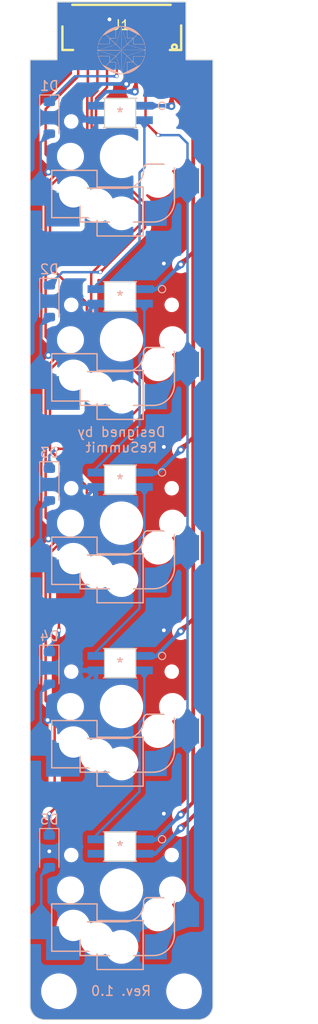
<source format=kicad_pcb>
(kicad_pcb (version 20221018) (generator pcbnew)
  (layers (0 "F.Cu" signal) (31 "B.Cu" signal) (34 "B.Paste" user) (35 "F.Paste" user) (36 "B.SilkS" user "B.Silkscreen") (37 "F.SilkS" user "F.Silkscreen") (38 "B.Mask" user) (39 "F.Mask" user) (44 "Edge.Cuts" user))
  (net 0 "")
  (net 1 "Net-(D1-A)")
  (net 2 "Net-(D2-A)")
  (net 3 "Net-(D3-A)")
  (net 4 "Net-(D4-A)")
  (net 5 "Net-(SW1B-DOUT)")
  (net 6 "GND")
  (net 7 "Net-(SW2B-DOUT)")
  (net 8 "Net-(SW3B-DOUT)")
  (net 9 "/Row1")
  (net 10 "/Row2")
  (net 11 "/Row3")
  (net 12 "/Row4")
  (net 13 "/RGB_In")
  (net 14 "/Col_In")
  (net 15 "/V+")
  (net 16 "/RGB_Out")
  (net 17 "/Row5")
  (net 18 "Net-(D5-A)")
  (net 19 "Net-(SW4B-DOUT)")
  (footprint "Seismos-libs:Switch_SK6812-E_Diode" (layer "F.Cu") (at 47 60)
    (fp_text reference "SW2" (at -0.142 -0.388 unlocked) (layer "F.SilkS"))
    (fp_text value "Switch_SK6812-E_Diode")
    (fp_text user "*" (at -0.15 -4.4958) (layer "B.SilkS") (effects (justify mirror)))
    (fp_rect (start -1.762 -5.9914) (end 1.478 -3.0046) (stroke (width 0.12)) (fill none) (layer "Edge.Cuts"))
    (pad "" np_thru_hole circle (at -5.3 0) (size 2.3 2.3) (drill 2.3) (layers "*.Cu" "*.Mask"))
    (pad "" np_thru_hole circle (at -5.22 -3.6158) (size 1 1) (drill 1) (layers "*.Cu" "*.Mask"))
    (pad "" np_thru_hole circle (at -5 3.8) (size 3 3) (drill 3) (layers "*.Cu" "*.Mask"))
    (pad "" np_thru_hole circle (at -2.54 5.08) (size 3 3) (drill 3) (layers "*.Cu" "*.Mask"))
    (pad "" np_thru_hole circle (at 0 0) (size 4 4) (drill 4) (layers "*.Cu" "*.Mask"))
    (pad "" np_thru_hole circle (at 0 5.9) (size 3 3) (drill 3) (layers "*.Cu" "*.Mask"))
    (pad "" np_thru_hole circle (at 3.81 2.54) (size 3 3) (drill 3) (layers "*.Cu" "*.Mask"))
    (pad "" np_thru_hole circle (at 5.22 -3.6158) (size 1 1) (drill 1) (layers "*.Cu" "*.Mask"))
    (pad "" np_thru_hole circle (at 5.3 0) (size 2.3 2.3) (drill 2.3) (layers "*.Cu" "*.Mask"))
    (pad "+1" smd rect (at 2.378 -5.2451) (size 1.75 0.8128) (layers "B.Cu" "B.Paste" "B.Mask") (net 15 "/V+"))
    (pad "CHOC1" smd rect (at -8.34 3.8) (size 2.3 2.6) (layers "B.Cu" "B.Paste" "B.Mask") (net 2 "Net-(D2-A)"))
    (pad "CHOC2" smd rect (at 3.56 5.9) (size 2.3 2.6) (layers "B.Cu" "B.Paste" "B.Mask") (net 14 "/Col_In"))
    (pad "DI1" smd rect (at -2.6519 -5.2451) (size 1.75 0.8128) (layers "B.Cu" "B.Paste" "B.Mask") (net 5 "Net-(SW1B-DOUT)"))
    (pad "DO1" smd rect (at 2.378 -3.7465) (size 1.75 0.8128) (layers "B.Cu" "B.Paste" "B.Mask") (net 7 "Net-(SW2B-DOUT)"))
    (pad "GND" smd rect (at -2.6519 -3.7465) (size 1.75 0.8128) (layers "B.Cu" "B.Paste" "B.Mask") (net 6 "GND"))
    (pad "MX1" smd rect (at -6.09 5.515) (size 3.5 3.5) (layers "B.Cu" "B.Paste" "B.Mask") (net 2 "Net-(D2-A)"))
    (pad "MX2" smd rect (at 6.86 2.54) (size 2.4 2.6) (layers "B.Cu" "B.Paste" "B.Mask") (net 14 "/Col_In"))
  )
  (footprint "Seismos-libs:Switch_SK6812-E_Diode" (layer "F.Cu") (at 47 41)
    (fp_text reference "SW1" (at -0.142 -0.388 unlocked) (layer "F.SilkS"))
    (fp_text value "Switch_SK6812-E_Diode")
    (fp_text user "*" (at -0.15 -4.4958) (layer "B.SilkS") (effects (justify mirror)))
    (fp_rect (start -1.762 -5.9914) (end 1.478 -3.0046) (stroke (width 0.12)) (fill none) (layer "Edge.Cuts"))
    (pad "" np_thru_hole circle (at -5.3 0) (size 2.3 2.3) (drill 2.3) (layers "*.Cu" "*.Mask"))
    (pad "" np_thru_hole circle (at -5.22 -3.6158) (size 1 1) (drill 1) (layers "*.Cu" "*.Mask"))
    (pad "" np_thru_hole circle (at -5 3.8) (size 3 3) (drill 3) (layers "*.Cu" "*.Mask"))
    (pad "" np_thru_hole circle (at -2.54 5.08) (size 3 3) (drill 3) (layers "*.Cu" "*.Mask"))
    (pad "" np_thru_hole circle (at 0 0) (size 4 4) (drill 4) (layers "*.Cu" "*.Mask"))
    (pad "" np_thru_hole circle (at 0 5.9) (size 3 3) (drill 3) (layers "*.Cu" "*.Mask"))
    (pad "" np_thru_hole circle (at 3.81 2.54) (size 3 3) (drill 3) (layers "*.Cu" "*.Mask"))
    (pad "" np_thru_hole circle (at 5.22 -3.6158) (size 1 1) (drill 1) (layers "*.Cu" "*.Mask"))
    (pad "" np_thru_hole circle (at 5.3 0) (size 2.3 2.3) (drill 2.3) (layers "*.Cu" "*.Mask"))
    (pad "+1" smd rect (at 2.378 -5.2451) (size 1.75 0.8128) (layers "B.Cu" "B.Paste" "B.Mask") (net 15 "/V+"))
    (pad "CHOC1" smd rect (at -8.34 3.8) (size 2.3 2.6) (layers "B.Cu" "B.Paste" "B.Mask") (net 1 "Net-(D1-A)"))
    (pad "CHOC2" smd rect (at 3.56 5.9) (size 2.3 2.6) (layers "B.Cu" "B.Paste" "B.Mask") (net 14 "/Col_In"))
    (pad "DI1" smd rect (at -2.6519 -5.2451) (size 1.75 0.8128) (layers "B.Cu" "B.Paste" "B.Mask") (net 13 "/RGB_In"))
    (pad "DO1" smd rect (at 2.378 -3.7465) (size 1.75 0.8128) (layers "B.Cu" "B.Paste" "B.Mask") (net 5 "Net-(SW1B-DOUT)"))
    (pad "GND" smd rect (at -2.6519 -3.7465) (size 1.75 0.8128) (layers "B.Cu" "B.Paste" "B.Mask") (net 6 "GND"))
    (pad "MX1" smd rect (at -6.09 5.515) (size 3.5 3.5) (layers "B.Cu" "B.Paste" "B.Mask") (net 1 "Net-(D1-A)"))
    (pad "MX2" smd rect (at 6.86 2.54) (size 2.4 2.6) (layers "B.Cu" "B.Paste" "B.Mask") (net 14 "/Col_In"))
  )
  (footprint "Seismos-libs:Switch_SK6812-E_Diode" (layer "F.Cu") (at 47 79)
    (fp_text reference "SW3" (at -0.142 -0.388 unlocked) (layer "F.SilkS"))
    (fp_text value "Switch_SK6812-E_Diode")
    (fp_text user "*" (at -0.15 -4.4958) (layer "B.SilkS") (effects (justify mirror)))
    (fp_rect (start -1.762 -5.9914) (end 1.478 -3.0046) (stroke (width 0.12)) (fill none) (layer "Edge.Cuts"))
    (pad "" np_thru_hole circle (at -5.3 0) (size 2.3 2.3) (drill 2.3) (layers "*.Cu" "*.Mask"))
    (pad "" np_thru_hole circle (at -5.22 -3.6158) (size 1 1) (drill 1) (layers "*.Cu" "*.Mask"))
    (pad "" np_thru_hole circle (at -5 3.8) (size 3 3) (drill 3) (layers "*.Cu" "*.Mask"))
    (pad "" np_thru_hole circle (at -2.54 5.08) (size 3 3) (drill 3) (layers "*.Cu" "*.Mask"))
    (pad "" np_thru_hole circle (at 0 0) (size 4 4) (drill 4) (layers "*.Cu" "*.Mask"))
    (pad "" np_thru_hole circle (at 0 5.9) (size 3 3) (drill 3) (layers "*.Cu" "*.Mask"))
    (pad "" np_thru_hole circle (at 3.81 2.54) (size 3 3) (drill 3) (layers "*.Cu" "*.Mask"))
    (pad "" np_thru_hole circle (at 5.22 -3.6158) (size 1 1) (drill 1) (layers "*.Cu" "*.Mask"))
    (pad "" np_thru_hole circle (at 5.3 0) (size 2.3 2.3) (drill 2.3) (layers "*.Cu" "*.Mask"))
    (pad "+1" smd rect (at 2.378 -5.2451) (size 1.75 0.8128) (layers "B.Cu" "B.Paste" "B.Mask") (net 15 "/V+"))
    (pad "CHOC1" smd rect (at -8.34 3.8) (size 2.3 2.6) (layers "B.Cu" "B.Paste" "B.Mask") (net 3 "Net-(D3-A)"))
    (pad "CHOC2" smd rect (at 3.56 5.9) (size 2.3 2.6) (layers "B.Cu" "B.Paste" "B.Mask") (net 14 "/Col_In"))
    (pad "DI1" smd rect (at -2.6519 -5.2451) (size 1.75 0.8128) (layers "B.Cu" "B.Paste" "B.Mask") (net 7 "Net-(SW2B-DOUT)"))
    (pad "DO1" smd rect (at 2.378 -3.7465) (size 1.75 0.8128) (layers "B.Cu" "B.Paste" "B.Mask") (net 8 "Net-(SW3B-DOUT)"))
    (pad "GND" smd rect (at -2.6519 -3.7465) (size 1.75 0.8128) (layers "B.Cu" "B.Paste" "B.Mask") (net 6 "GND"))
    (pad "MX1" smd rect (at -6.09 5.515) (size 3.5 3.5) (layers "B.Cu" "B.Paste" "B.Mask") (net 3 "Net-(D3-A)"))
    (pad "MX2" smd rect (at 6.86 2.54) (size 2.4 2.6) (layers "B.Cu" "B.Paste" "B.Mask") (net 14 "/Col_In"))
  )
  (footprint "Seismos-libs:Switch_SK6812-E_Diode" (layer "F.Cu") (at 47 98)
    (fp_text reference "SW4" (at -0.142 -0.388 unlocked) (layer "F.SilkS"))
    (fp_text value "Switch_SK6812-E_Diode")
    (fp_text user "*" (at -0.15 -4.4958) (layer "B.SilkS") (effects (justify mirror)))
    (fp_rect (start -1.762 -5.9914) (end 1.478 -3.0046) (stroke (width 0.12)) (fill none) (layer "Edge.Cuts"))
    (pad "" np_thru_hole circle (at -5.3 0) (size 2.3 2.3) (drill 2.3) (layers "*.Cu" "*.Mask"))
    (pad "" np_thru_hole circle (at -5.22 -3.6158) (size 1 1) (drill 1) (layers "*.Cu" "*.Mask"))
    (pad "" np_thru_hole circle (at -5 3.8) (size 3 3) (drill 3) (layers "*.Cu" "*.Mask"))
    (pad "" np_thru_hole circle (at -2.54 5.08) (size 3 3) (drill 3) (layers "*.Cu" "*.Mask"))
    (pad "" np_thru_hole circle (at 0 0) (size 4 4) (drill 4) (layers "*.Cu" "*.Mask"))
    (pad "" np_thru_hole circle (at 0 5.9) (size 3 3) (drill 3) (layers "*.Cu" "*.Mask"))
    (pad "" np_thru_hole circle (at 3.81 2.54) (size 3 3) (drill 3) (layers "*.Cu" "*.Mask"))
    (pad "" np_thru_hole circle (at 5.22 -3.6158) (size 1 1) (drill 1) (layers "*.Cu" "*.Mask"))
    (pad "" np_thru_hole circle (at 5.3 0) (size 2.3 2.3) (drill 2.3) (layers "*.Cu" "*.Mask"))
    (pad "+1" smd rect (at 2.378 -5.2451) (size 1.75 0.8128) (layers "B.Cu" "B.Paste" "B.Mask") (net 15 "/V+"))
    (pad "CHOC1" smd rect (at -8.34 3.8) (size 2.3 2.6) (layers "B.Cu" "B.Paste" "B.Mask") (net 4 "Net-(D4-A)"))
    (pad "CHOC2" smd rect (at 3.56 5.9) (size 2.3 2.6) (layers "B.Cu" "B.Paste" "B.Mask") (net 14 "/Col_In"))
    (pad "DI1" smd rect (at -2.6519 -5.2451) (size 1.75 0.8128) (layers "B.Cu" "B.Paste" "B.Mask") (net 8 "Net-(SW3B-DOUT)"))
    (pad "DO1" smd rect (at 2.378 -3.7465) (size 1.75 0.8128) (layers "B.Cu" "B.Paste" "B.Mask") (net 19 "Net-(SW4B-DOUT)"))
    (pad "GND" smd rect (at -2.6519 -3.7465) (size 1.75 0.8128) (layers "B.Cu" "B.Paste" "B.Mask") (net 6 "GND"))
    (pad "MX1" smd rect (at -6.09 5.515) (size 3.5 3.5) (layers "B.Cu" "B.Paste" "B.Mask") (net 4 "Net-(D4-A)"))
    (pad "MX2" smd rect (at 6.86 2.54) (size 2.4 2.6) (layers "B.Cu" "B.Paste" "B.Mask") (net 14 "/Col_In"))
  )
  (footprint "Seismos-libs:CONN-SMD_10P-P1.00_SM10B-SRSS-TB-LF-SN" (layer "F.Cu") (at 47 26.4 180)
    (fp_text reference "J1" (at 0 -1 180) (layer "F.SilkS"))
    (fp_text value "SM10B-SRSS-TB_(LF)(SN)")
    (pad "1" smd rect (at -4.5 -3.886 180) (size 0.6 1.7) (layers "F.Cu" "F.Paste" "F.Mask") (net 16 "/RGB_Out"))
    (pad "2" smd rect (at -3.5 -3.886 180) (size 0.6 1.7) (layers "F.Cu" "F.Paste" "F.Mask") (net 15 "/V+"))
    (pad "3" smd rect (at -2.5 -3.885 180) (size 0.6 1.7) (layers "F.Cu" "F.Paste" "F.Mask") (net 14 "/Col_In"))
    (pad "4" smd rect (at -1.5 -3.885 180) (size 0.6 1.7) (layers "F.Cu" "F.Paste" "F.Mask") (net 13 "/RGB_In"))
    (pad "5" smd rect (at -0.5 -3.885 180) (size 0.6 1.7) (layers "F.Cu" "F.Paste" "F.Mask") (net 6 "GND"))
    (pad "6" smd rect (at 0.5 -3.885 180) (size 0.6 1.7) (layers "F.Cu" "F.Paste" "F.Mask") (net 9 "/Row1"))
    (pad "7" smd rect (at 1.5 -3.885 180) (size 0.6 1.7) (layers "F.Cu" "F.Paste" "F.Mask") (net 10 "/Row2"))
    (pad "8" smd rect (at 2.5 -3.885 180) (size 0.6 1.7) (layers "F.Cu" "F.Paste" "F.Mask") (net 11 "/Row3"))
    (pad "9" smd rect (at 3.5 -3.885 180) (size 0.6 1.7) (layers "F.Cu" "F.Paste" "F.Mask") (net 12 "/Row4"))
    (pad "10" smd rect (at 4.5 -3.885 180) (size 0.6 1.7) (layers "F.Cu" "F.Paste" "F.Mask") (net 17 "/Row5"))
    (pad "S1" smd rect (at -5.8 -0.01 180) (size 1.2 1.8) (layers "F.Cu" "F.Paste" "F.Mask") (net 6 "GND"))
    (pad "S2" smd rect (at 5.8 -0.01 180) (size 1.2 1.8) (layers "F.Cu" "F.Paste" "F.Mask") (net 6 "GND"))
  )
  (footprint "Seismos-libs:Hole_M3_3.2mm" (layer "F.Cu") (at 53.5 127.5)
    (fp_text reference "REF**")
    (fp_text value "Hole_M3_3.2mm")
    (pad "" np_thru_hole circle (at 0 0) (size 3.2 3.2) (drill 3.2) (layers "F&B.Cu" "*.Mask"))
  )
  (footprint "Seismos-libs:Hole_M3_3.2mm" (layer "F.Cu") (at 40.5 127.5)
    (fp_text reference "REF**")
    (fp_text value "Hole_M3_3.2mm")
    (pad "" np_thru_hole circle (at 0 0) (size 3.2 3.2) (drill 3.2) (layers "F&B.Cu" "*.Mask"))
  )
  (footprint "Seismos-libs:Switch_SK6812-E_Diode" (layer "F.Cu") (at 47 117)
    (fp_text reference "SW5" (at -0.142 -0.388 unlocked) (layer "F.SilkS"))
    (fp_text value "Switch_SK6812-E_Diode")
    (fp_text user "*" (at -0.15 -4.4958) (layer "B.SilkS") (effects (justify mirror)))
    (fp_rect (start -1.762 -5.9914) (end 1.478 -3.0046) (stroke (width 0.12)) (fill none) (layer "Edge.Cuts"))
    (pad "" np_thru_hole circle (at -5.3 0) (size 2.3 2.3) (drill 2.3) (layers "*.Cu" "*.Mask"))
    (pad "" np_thru_hole circle (at -5.22 -3.6158) (size 1 1) (drill 1) (layers "*.Cu" "*.Mask"))
    (pad "" np_thru_hole circle (at -5 3.8) (size 3 3) (drill 3) (layers "*.Cu" "*.Mask"))
    (pad "" np_thru_hole circle (at -2.54 5.08) (size 3 3) (drill 3) (layers "*.Cu" "*.Mask"))
    (pad "" np_thru_hole circle (at 0 0) (size 4 4) (drill 4) (layers "*.Cu" "*.Mask"))
    (pad "" np_thru_hole circle (at 0 5.9) (size 3 3) (drill 3) (layers "*.Cu" "*.Mask"))
    (pad "" np_thru_hole circle (at 3.81 2.54) (size 3 3) (drill 3) (layers "*.Cu" "*.Mask"))
    (pad "" np_thru_hole circle (at 5.22 -3.6158) (size 1 1) (drill 1) (layers "*.Cu" "*.Mask"))
    (pad "" np_thru_hole circle (at 5.3 0) (size 2.3 2.3) (drill 2.3) (layers "*.Cu" "*.Mask"))
    (pad "+1" smd rect (at 2.378 -5.2451) (size 1.75 0.8128) (layers "B.Cu" "B.Paste" "B.Mask") (net 15 "/V+"))
    (pad "CHOC1" smd rect (at -8.34 3.8) (size 2.3 2.6) (layers "B.Cu" "B.Paste" "B.Mask") (net 18 "Net-(D5-A)"))
    (pad "CHOC2" smd rect (at 3.56 5.9) (size 2.3 2.6) (layers "B.Cu" "B.Paste" "B.Mask") (net 14 "/Col_In"))
    (pad "DI1" smd rect (at -2.6519 -5.2451) (size 1.75 0.8128) (layers "B.Cu" "B.Paste" "B.Mask") (net 19 "Net-(SW4B-DOUT)"))
    (pad "DO1" smd rect (at 2.378 -3.7465) (size 1.75 0.8128) (layers "B.Cu" "B.Paste" "B.Mask") (net 16 "/RGB_Out"))
    (pad "GND" smd rect (at -2.6519 -3.7465) (size 1.75 0.8128) (layers "B.Cu" "B.Paste" "B.Mask"))
    (pad "MX1" smd rect (at -6.09 5.515) (size 3.5 3.5) (layers "B.Cu" "B.Paste" "B.Mask") (net 18 "Net-(D5-A)"))
    (pad "MX2" smd rect (at 6.86 2.54) (size 2.4 2.6) (layers "B.Cu" "B.Paste" "B.Mask") (net 14 "/Col_In"))
  )
  (footprint "Diode_SMD:D_SOD-123" (layer "B.Cu") (at 39.5 56 -90)
    (fp_text reference "D2" (at -3.3 0 -180) (layer "B.SilkS") (effects (justify mirror)))
    (fp_text value "1N4148W" hide)
    (pad "1" smd roundrect (at -1.65 0 270) (size 0.9 1.2) (layers "B.Cu" "B.Paste" "B.Mask") (net 10 "/Row2"))
    (pad "2" smd roundrect (at 1.65 0 270) (size 0.9 1.2) (layers "B.Cu" "B.Paste" "B.Mask") (net 2 "Net-(D2-A)"))
  )
  (footprint "Diode_SMD:D_SOD-123" (layer "B.Cu") (at 39.5 94 -90)
    (fp_text reference "D4" (at -3.3 0 -180) (layer "B.SilkS") (effects (justify mirror)))
    (fp_text value "1N4148W" hide)
    (pad "1" smd roundrect (at -1.65 0 270) (size 0.9 1.2) (layers "B.Cu" "B.Paste" "B.Mask") (net 12 "/Row4"))
    (pad "2" smd roundrect (at 1.65 0 270) (size 0.9 1.2) (layers "B.Cu" "B.Paste" "B.Mask") (net 4 "Net-(D4-A)"))
  )
  (footprint "Diode_SMD:D_SOD-123" (layer "B.Cu") (at 39.5 37 -90)
    (fp_text reference "D1" (at -3.3 0 -180) (layer "B.SilkS") (effects (justify mirror)))
    (fp_text value "1N4148W" hide)
    (pad "1" smd roundrect (at -1.65 0 270) (size 0.9 1.2) (layers "B.Cu" "B.Paste" "B.Mask") (net 9 "/Row1"))
    (pad "2" smd roundrect (at 1.65 0 270) (size 0.9 1.2) (layers "B.Cu" "B.Paste" "B.Mask") (net 1 "Net-(D1-A)"))
  )
  (footprint "Diode_SMD:D_SOD-123" (layer "B.Cu") (at 39.5 113 -90)
    (fp_text reference "D5" (at -3.3 0 -180) (layer "B.SilkS") (effects (justify mirror)))
    (fp_text value "1N4148W")
    (pad "1" smd roundrect (at -1.65 0 270) (size 0.9 1.2) (layers "B.Cu" "B.Paste" "B.Mask") (net 17 "/Row5"))
    (pad "2" smd roundrect (at 1.65 0 270) (size 0.9 1.2) (layers "B.Cu" "B.Paste" "B.Mask") (net 18 "Net-(D5-A)"))
  )
  (footprint "Seismos-libs:ReSummit_Logo" (layer "B.Cu") (at 47 30 180)
    (fp_text reference "G***" hide)
    (fp_text value "LOGO" hide)
  )
  (footprint "Diode_SMD:D_SOD-123" (layer "B.Cu") (at 39.5 75 -90)
    (fp_text reference "D3" (at -3.3 0 -180) (layer "B.SilkS") (effects (justify mirror)))
    (fp_text value "1N4148W" hide)
    (pad "1" smd roundrect (at -1.65 0 270) (size 0.9 1.2) (layers "B.Cu" "B.Paste" "B.Mask") (net 11 "/Row3"))
    (pad "2" smd roundrect (at 1.65 0 270) (size 0.9 1.2) (layers "B.Cu" "B.Paste" "B.Mask") (net 3 "Net-(D3-A)"))
  )
  (gr_line (start 37.5 128.93934) (end 37.5 31) (stroke (width 0.1)) (layer "Edge.Cuts"))
  (gr_line (start 55 130.43934) (end 39 130.43934) (stroke (width 0.1)) (layer "Edge.Cuts"))
  (gr_arc (start 39 130.43934) (mid 37.939326 130.000003) (end 37.5 128.93934) (stroke (width 0.1)) (layer "Edge.Cuts"))
  (gr_line locked (start 40.3 25) (end 40.3 31) (stroke (width 0.1)) (layer "Edge.Cuts"))
  (gr_line (start 37.5 31) (end 40.3 31) (stroke (width 0.1)) (layer "Edge.Cuts"))
  (gr_line (start 56.5 31) (end 53.7 31) (stroke (width 0.1)) (layer "Edge.Cuts"))
  (gr_arc (start 56.5 128.93934) (mid 56.060646 129.999974) (end 55 130.43934) (stroke (width 0.1)) (layer "Edge.Cuts"))
  (gr_line (start 56.5 31) (end 56.5 128.93934) (stroke (width 0.1)) (layer "Edge.Cuts"))
  (gr_line (start 53.7 31) (end 53.7 25) (stroke (width 0.1)) (layer "Edge.Cuts"))
  (gr_line (start 40.3 25) (end 53.7 25) (stroke (width 0.1)) (layer "Edge.Cuts"))
  (gr_text "Rev. 1.0" (at 46.95 128.05) (layer "B.SilkS") (effects (font (size 1 1)) (justify bottom mirror)))
  (gr_text "Designed by\nReSummit" (at 47 71.75) (layer "B.SilkS") (effects (font (size 1 1)) (justify bottom mirror)))
  (segment (start 38.6 39.55) (end 38.6 44.205) (width 0.254) (layer "B.Cu") (net 1))
  (segment (start 39.5 38.65) (end 38.6 39.55) (width 0.254) (layer "B.Cu") (net 1))
  (segment (start 38.6 44.205) (end 40.91 46.515) (width 0.254) (layer "B.Cu") (net 1))
  (segment (start 38.6 58.55) (end 38.6 63.205) (width 0.254) (layer "B.Cu") (net 2))
  (segment (start 38.6 63.205) (end 40.91 65.515) (width 0.254) (layer "B.Cu") (net 2))
  (segment (start 39.5 57.65) (end 38.6 58.55) (width 0.254) (layer "B.Cu") (net 2))
  (segment (start 39.5 76.65) (end 38.6 77.55) (width 0.254) (layer "B.Cu") (net 3))
  (segment (start 38.6 77.55) (end 38.6 82.205) (width 0.254) (layer "B.Cu") (net 3))
  (segment (start 38.6 82.205) (end 40.91 84.515) (width 0.254) (layer "B.Cu") (net 3))
  (segment (start 38.6 101.205) (end 40.91 103.515) (width 0.254) (layer "B.Cu") (net 4))
  (segment (start 38.6 96.55) (end 38.6 101.205) (width 0.254) (layer "B.Cu") (net 4))
  (segment (start 39.5 95.65) (end 38.6 96.55) (width 0.254) (layer "B.Cu") (net 4))
  (segment (start 49.378 42.172) (end 48.877 42.673) (width 0.254) (layer "B.Cu") (net 5))
  (segment (start 49.378 37.2535) (end 49.378 42.172) (width 0.254) (layer "B.Cu") (net 5))
  (segment (start 44.3481 54.3485) (end 44.3481 54.7549) (width 0.254) (layer "B.Cu") (net 5))
  (segment (start 48.877 42.673) (end 48.877 49.8196) (width 0.254) (layer "B.Cu") (net 5))
  (segment (start 48.877 49.8196) (end 44.3481 54.3485) (width 0.254) (layer "B.Cu") (net 5))
  (segment (start 38.6 43.4) (end 38.6 60) (width 0.381) (layer "F.Cu") (net 6))
  (segment (start 41.2 26.81) (end 52.8 26.81) (width 0.381) (layer "F.Cu") (net 6))
  (segment (start 39.4 80.6) (end 39.4 79.6) (width 0.381) (layer "F.Cu") (net 6))
  (segment (start 39.4 79.6) (end 38.6 78.8) (width 0.381) (layer "F.Cu") (net 6))
  (segment (start 38.6 60) (end 38.6 78.8) (width 0.381) (layer "F.Cu") (net 6))
  (segment (start 47.5 28.56) (end 47.5 33.5) (width 0.381) (layer "F.Cu") (net 6))
  (segment (start 39.3265 98.5265) (end 38.6 97.8) (width 0.381) (layer "F.Cu") (net 6))
  (segment (start 38.6 97.8) (end 38.6 78.8) (width 0.381) (layer "F.Cu") (net 6))
  (segment (start 39.4 60.8) (end 38.6 60) (width 0.381) (layer "F.Cu") (net 6))
  (segment (start 39.4 61.6) (end 39.4 60.8) (width 0.381) (layer "F.Cu") (net 6))
  (segment (start 45.75 26.81) (end 47.5 28.56) (width 0.381) (layer "F.Cu") (net 6))
  (segment (start 39.3265 99.4) (end 39.3265 98.5265) (width 0.381) (layer "F.Cu") (net 6))
  (segment (start 38.6 43.4) (end 39.4 42.6) (width 0.381) (layer "F.Cu") (net 6))
  (via (at 39.5 113) (size 0.8) (drill 0.4) (layers "F.Cu" "B.Cu") (net 6))
  (via (at 51.4 52.1) (size 0.8) (drill 0.4) (layers "F.Cu" "B.Cu") (net 6))
  (via (at 51.4 109.1) (size 0.8) (drill 0.4) (layers "F.Cu" "B.Cu") (net 6))
  (via (at 47.5 33.5) (size 0.8) (drill 0.4) (layers "F.Cu" "B.Cu") (net 6))
  (via (at 45.75 26.81) (size 0.8) (drill 0.4) (layers "F.Cu" "B.Cu") (net 6))
  (via (at 51.4 71.1) (size 0.8) (drill 0.4) (layers "F.Cu" "B.Cu") (net 6))
  (via (at 51.4 90.1) (size 0.8) (drill 0.4) (layers "F.Cu" "B.Cu") (net 6))
  (via (at 39.4 42.6) (size 0.8) (drill 0.4) (layers "F.Cu" "B.Cu") (net 6))
  (via (at 39.4 61.6) (size 0.8) (drill 0.4) (layers "F.Cu" "B.Cu") (net 6))
  (via (at 39.4 80.6) (size 0.8) (drill 0.4) (layers "F.Cu" "B.Cu") (net 6))
  (via (at 39.3265 99.4) (size 0.8) (drill 0.4) (layers "F.Cu" "B.Cu") (net 6))
  (segment (start 41.05 77.025) (end 39.4 78.675) (width 0.381) (layer "B.Cu") (net 6))
  (segment (start 44.1 33.5) (end 42.5 35.1) (width 0.381) (layer "B.Cu") (net 6))
  (segment (start 44.3481 37.8519) (end 43.175 39.025) (width 0.381) (layer "B.Cu") (net 6))
  (segment (start 39.3265 97.7485) (end 41.05 96.025) (width 0.381) (layer "B.Cu") (net 6))
  (segment (start 43.175 39.025) (end 41.05 39.025) (width 0.381) (layer "B.Cu") (net 6))
  (segment (start 39.4 59.675) (end 39.4 61.4) (width 0.381) (layer "B.Cu") (net 6))
  (segment (start 39.3265 99.4) (end 39.3265 97.7485) (width 0.381) (layer "B.Cu") (net 6))
  (segment (start 41.05 58.025) (end 39.4 59.675) (width 0.381) (layer "B.Cu") (net 6))
  (segment (start 42.5766 58.025) (end 41.05 58.025) (width 0.381) (layer "B.Cu") (net 6))
  (segment (start 44.3481 37.2535) (end 44.3481 37.8519) (width 0.381) (layer "B.Cu") (net 6))
  (segment (start 42.5 35.1) (end 42.5 36.2804) (width 0.381) (layer "B.Cu") (net 6))
  (segment (start 42.5 36.2804) (end 43.4731 37.2535) (width 0.381) (layer "B.Cu") (net 6))
  (segment (start 43.4731 37.2535) (end 44.3481 37.2535) (width 0.381) (layer "B.Cu") (net 6))
  (segment (start 42.5766 77.025) (end 41.05 77.025) (width 0.381) (layer "B.Cu") (net 6))
  (segment (start 41.05 96.025) (end 42.5766 96.025) (width 0.381) (layer "B.Cu") (net 6))
  (segment (start 39.4 78.675) (end 39.4 80.4) (width 0.381) (layer "B.Cu") (net 6))
  (segment (start 39.4 40.675) (end 39.4 42.4) (width 0.381) (layer "B.Cu") (net 6))
  (segment (start 44.3481 56.2535) (end 42.5766 58.025) (width 0.381) (layer "B.Cu") (net 6))
  (segment (start 41.05 39.025) (end 39.4 40.675) (width 0.381) (layer "B.Cu") (net 6))
  (segment (start 47.5 33.5) (end 44.1 33.5) (width 0.381) (layer "B.Cu") (net 6))
  (segment (start 44.3481 75.2535) (end 42.5766 77.025) (width 0.381) (layer "B.Cu") (net 6))
  (segment (start 42.5766 96.025) (end 44.3481 94.2535) (width 0.381) (layer "B.Cu") (net 6))
  (segment (start 44.3481 73.3485) (end 44.3481 73.7549) (width 0.254) (layer "B.Cu") (net 7))
  (segment (start 49.378 56.2535) (end 49.378 61.172) (width 0.254) (layer "B.Cu") (net 7))
  (segment (start 49.378 61.172) (end 48.877 61.673) (width 0.254) (layer "B.Cu") (net 7))
  (segment (start 48.877 61.673) (end 48.877 68.8196) (width 0.254) (layer "B.Cu") (net 7))
  (segment (start 48.877 68.8196) (end 44.3481 73.3485) (width 0.254) (layer "B.Cu") (net 7))
  (segment (start 44.3481 92.3485) (end 44.3481 92.7549) (width 0.254) (layer "B.Cu") (net 8))
  (segment (start 48.877 80.673) (end 48.877 87.8196) (width 0.254) (layer "B.Cu") (net 8))
  (segment (start 48.877 87.8196) (end 44.3481 92.3485) (width 0.254) (layer "B.Cu") (net 8))
  (segment (start 49.378 80.172) (end 48.877 80.673) (width 0.254) (layer "B.Cu") (net 8))
  (segment (start 49.378 75.2535) (end 49.378 80.172) (width 0.254) (layer "B.Cu") (net 8))
  (segment (start 46.5 32.7) (end 46.5 30.685) (width 0.254) (layer "F.Cu") (net 9))
  (via (at 46.5 32.7) (size 0.4) (drill 0.3) (layers "F.Cu" "B.Cu") (net 9))
  (segment (start 42.15 32.7) (end 39.5 35.35) (width 0.254) (layer "B.Cu") (net 9))
  (segment (start 46.5 32.7) (end 42.15 32.7) (width 0.254) (layer "B.Cu") (net 9))
  (segment (start 49.454 48.346) (end 49.454 45.884709) (width 0.254) (layer "F.Cu") (net 10))
  (segment (start 44.354 42.211948) (end 44.354 34.994725) (width 0.254) (layer "F.Cu") (net 10))
  (segment (start 45.5 33.848725) (end 45.5 30.685) (width 0.254) (layer "F.Cu") (net 10))
  (segment (start 44.354 34.994725) (end 45.5 33.848725) (width 0.254) (layer "F.Cu") (net 10))
  (segment (start 49.454 45.884709) (end 47.415291 43.846) (width 0.254) (layer "F.Cu") (net 10))
  (segment (start 47.415291 43.846) (end 45.988052 43.846) (width 0.254) (layer "F.Cu") (net 10))
  (segment (start 45.988052 43.846) (end 44.354 42.211948) (width 0.254) (layer "F.Cu") (net 10))
  (segment (start 44.8 53) (end 49.454 48.346) (width 0.254) (layer "F.Cu") (net 10))
  (via (at 44.8 53) (size 0.4) (drill 0.3) (layers "F.Cu" "B.Cu") (net 10))
  (segment (start 39.5 54.35) (end 40.85 53) (width 0.254) (layer "B.Cu") (net 10))
  (segment (start 40.85 53) (end 44.8 53) (width 0.254) (layer "B.Cu") (net 10))
  (segment (start 48.9 67) (end 48.9 64.8) (width 0.254) (layer "F.Cu") (net 11))
  (segment (start 44.6 71.3) (end 48.9 67) (width 0.254) (layer "F.Cu") (net 11))
  (segment (start 49 46.072761) (end 47.227239 44.3) (width 0.254) (layer "F.Cu") (net 11))
  (segment (start 43.854 61.354) (end 43.854 53.146) (width 0.254) (layer "F.Cu") (net 11))
  (segment (start 43.9 34.806673) (end 44.5 34.206673) (width 0.254) (layer "F.Cu") (net 11))
  (segment (start 40.2 71.3) (end 44.6 71.3) (width 0.254) (layer "F.Cu") (net 11))
  (segment (start 45.7 63.2) (end 43.854 61.354) (width 0.254) (layer "F.Cu") (net 11))
  (segment (start 47.3 63.2) (end 45.7 63.2) (width 0.254) (layer "F.Cu") (net 11))
  (segment (start 43.9 42.4) (end 43.9 34.806673) (width 0.254) (layer "F.Cu") (net 11))
  (segment (start 45.8 44.3) (end 43.9 42.4) (width 0.254) (layer "F.Cu") (net 11))
  (segment (start 49 48) (end 49 46.072761) (width 0.254) (layer "F.Cu") (net 11))
  (segment (start 44.5 34.206673) (end 44.5 30.685) (width 0.254) (layer "F.Cu") (net 11))
  (segment (start 43.854 53.146) (end 49 48) (width 0.254) (layer "F.Cu") (net 11))
  (segment (start 48.9 64.8) (end 47.3 63.2) (width 0.254) (layer "F.Cu") (net 11))
  (segment (start 47.227239 44.3) (end 45.8 44.3) (width 0.254) (layer "F.Cu") (net 11))
  (via (at 40.2 71.3) (size 0.4) (drill 0.3) (layers "F.Cu" "B.Cu") (net 11))
  (segment (start 39.5 72) (end 40.2 71.3) (width 0.254) (layer "B.Cu") (net 11))
  (segment (start 39.5 73.35) (end 39.5 72) (width 0.254) (layer "B.Cu") (net 11))
  (segment (start 43.4 75.2) (end 42.3 74.1) (width 0.254) (layer "F.Cu") (net 12))
  (segment (start 43.4 79.7) (end 43.4 75.2) (width 0.254) (layer "F.Cu") (net 12))
  (segment (start 42.3 55.1) (end 42.254709 55.1) (width 0.254) (layer "F.Cu") (net 12))
  (segment (start 40.970186 80.7) (end 42.4 80.7) (width 0.254) (layer "F.Cu") (net 12))
  (segment (start 42.3 74.1) (end 42.254709 74.1) (width 0.254) (layer "F.Cu") (net 12))
  (segment (start 43.4 56.2) (end 42.3 55.1) (width 0.254) (layer "F.Cu") (net 12))
  (segment (start 42.4 42.7) (end 40.970186 42.7) (width 0.254) (layer "F.Cu") (net 12))
  (segment (start 42.4 61.7) (end 43.4 60.7) (width 0.254) (layer "F.Cu") (net 12))
  (segment (start 39.5715 71.416791) (end 39.5715 63.098686) (width 0.254) (layer "F.Cu") (net 12))
  (segment (start 39.5715 44.098686) (end 39.5715 52.416791) (width 0.254) (layer "F.Cu") (net 12))
  (segment (start 40.970186 61.7) (end 42.4 61.7) (width 0.254) (layer "F.Cu") (net 12))
  (segment (start 43.446 34.61862) (end 43.446 41.654) (width 0.254) (layer "F.Cu") (net 12))
  (segment (start 42.254709 55.1) (end 39.5715 52.416791) (width 0.254) (layer "F.Cu") (net 12))
  (segment (start 42.254709 74.1) (end 39.5715 71.416791) (width 0.254) (layer "F.Cu") (net 12))
  (segment (start 39.5715 82.098686) (end 40.970186 80.7) (width 0.254) (layer "F.Cu") (net 12))
  (segment (start 43.5 34.56462) (end 43.446 34.61862) (width 0.254) (layer "F.Cu") (net 12))
  (segment (start 40.5 89.35) (end 39.5715 88.4215) (width 0.254) (layer "F.Cu") (net 12))
  (segment (start 40.970186 42.7) (end 39.5715 44.098686) (width 0.254) (layer "F.Cu") (net 12))
  (segment (start 43.4 60.7) (end 43.4 56.2) (width 0.254) (layer "F.Cu") (net 12))
  (segment (start 43.446 41.654) (end 42.4 42.7) (width 0.254) (layer "F.Cu") (net 12))
  (segment (start 42.4 80.7) (end 43.4 79.7) (width 0.254) (layer "F.Cu") (net 12))
  (segment (start 39.5715 63.098686) (end 40.970186 61.7) (width 0.254) (layer "F.Cu") (net 12))
  (segment (start 40.5 90.1) (end 40.5 89.35) (width 0.254) (layer "F.Cu") (net 12))
  (segment (start 39.5715 88.4215) (end 39.5715 82.098686) (width 0.254) (layer "F.Cu") (net 12))
  (segment (start 43.5 30.685) (end 43.5 34.56462) (width 0.254) (layer "F.Cu") (net 12))
  (via (at 40.5 90.1) (size 0.4) (drill 0.3) (layers "F.Cu" "B.Cu") (net 12))
  (segment (start 40.5 90.75) (end 39.5 91.75) (width 0.254) (layer "B.Cu") (net 12))
  (segment (start 39.5 91.75) (end 39.5 92.35) (width 0.254) (layer "B.Cu") (net 12))
  (segment (start 40.5 90.1) (end 40.5 90.75) (width 0.254) (layer "B.Cu") (net 12))
  (segment (start 48.5 34.2) (end 48.5 30.685) (width 0.381) (layer "F.Cu") (net 13))
  (segment (start 48.4 34.3) (end 48.5 34.2) (width 0.381) (layer "F.Cu") (net 13))
  (via (at 48.4 34.3) (size 0.8) (drill 0.4) (layers "F.Cu" "B.Cu") (net 13))
  (segment (start 48.4 34.3) (end 45.3966 34.3) (width 0.381) (layer "B.Cu") (net 13))
  (segment (start 44.3481 35.3485) (end 44.3481 35.7549) (width 0.381) (layer "B.Cu") (net 13))
  (segment (start 45.3966 34.3) (end 44.3481 35.3485) (width 0.381) (layer "B.Cu") (net 13))
  (segment (start 50.8 38.8) (end 49.5 37.5) (width 0.254) (layer "F.Cu") (net 14))
  (segment (start 49.5 37.5) (end 49.5 30.685) (width 0.254) (layer "F.Cu") (net 14))
  (via (at 50.8 38.8) (size 0.4) (drill 0.3) (layers "F.Cu" "B.Cu") (net 14))
  (segment (start 50.56 122.84) (end 50.56 122.9) (width 0.254) (layer "B.Cu") (net 14))
  (segment (start 53.86 62.54) (end 53.86 81.54) (width 0.254) (layer "B.Cu") (net 14))
  (segment (start 53.86 100.6) (end 50.56 103.9) (width 0.254) (layer "B.Cu") (net 14))
  (segment (start 53.86 43.54) (end 53.86 62.54) (width 0.254) (layer "B.Cu") (net 14))
  (segment (start 53.86 62.6) (end 50.56 65.9) (width 0.254) (layer "B.Cu") (net 14))
  (segment (start 53.86 81.6) (end 50.56 84.9) (width 0.254) (layer "B.Cu") (net 14))
  (segment (start 50.8 38.8) (end 53 38.8) (width 0.254) (layer "B.Cu") (net 14))
  (segment (start 53.86 39.66) (end 53.86 43.54) (width 0.254) (layer "B.Cu") (net 14))
  (segment (start 53.86 43.6) (end 50.56 46.9) (width 0.254) (layer "B.Cu") (net 14))
  (segment (start 53 38.8) (end 53.86 39.66) (width 0.254) (layer "B.Cu") (net 14))
  (segment (start 53.8875 100.5675) (end 53.8875 119.5125) (width 0.254) (layer "B.Cu") (net 14))
  (segment (start 53.8875 119.5125) (end 53.86 119.54) (width 0.254) (layer "B.Cu") (net 14))
  (segment (start 53.86 100.54) (end 53.86 81.54) (width 0.254) (layer "B.Cu") (net 14))
  (segment (start 53.86 100.54) (end 53.86 100.6) (width 0.254) (layer "B.Cu") (net 14))
  (segment (start 53.86 100.54) (end 53.8875 100.5675) (width 0.254) (layer "B.Cu") (net 14))
  (segment (start 53.86 81.54) (end 53.86 81.6) (width 0.254) (layer "B.Cu") (net 14))
  (segment (start 53.86 119.54) (end 50.56 122.84) (width 0.254) (layer "B.Cu") (net 14))
  (segment (start 54.45 36.85) (end 54.45 88.9105) (width 0.381) (layer "F.Cu") (net 15))
  (segment (start 54.45 107.9105) (end 53.1605 109.2) (width 0.381) (layer "F.Cu") (net 15))
  (segment (start 52.2 34.6) (end 54.45 36.85) (width 0.381) (layer "F.Cu") (net 15))
  (segment (start 52.2 34.6) (end 52.2 35.8) (width 0.381) (layer "F.Cu") (net 15))
  (segment (start 54.45 70.1105) (end 53.1605 71.4) (width 0.381) (layer "F.Cu") (net 15))
  (segment (start 50.5 32.9) (end 50.5 30.686) (width 0.381) (layer "F.Cu") (net 15))
  (segment (start 53.1605 52.2) (end 54.45 50.9105) (width 0.381) (layer "F.Cu") (net 15))
  (segment (start 54.45 107.9105) (end 54.45 88.9105) (width 0.381) (layer "F.Cu") (net 15))
  (segment (start 54.45 88.9105) (end 53.1605 90.2) (width 0.381) (layer "F.Cu") (net 15))
  (segment (start 52.2 34.6) (end 50.5 32.9) (width 0.381) (layer "F.Cu") (net 15))
  (via (at 53.1605 90.2) (size 0.8) (drill 0.4) (layers "F.Cu" "B.Cu") (net 15))
  (via (at 52.2 35.8) (size 0.8) (drill 0.4) (layers "F.Cu" "B.Cu") (net 15))
  (via (at 53.1605 52.2) (size 0.8) (drill 0.4) (layers "F.Cu" "B.Cu") (net 15))
  (via (at 53.1605 71.4) (size 0.8) (drill 0.4) (layers "F.Cu" "B.Cu") (net 15))
  (via (at 53.1605 109.2) (size 0.8) (drill 0.4) (layers "F.Cu" "B.Cu") (net 15))
  (segment (start 53.1605 109.2) (end 50.5605 111.8) (width 0.381) (layer "B.Cu") (net 15))
  (segment (start 52.1549 35.7549) (end 49.378 35.7549) (width 0.381) (layer "B.Cu") (net 15))
  (segment (start 50.7605 73.8) (end 49.4 73.8) (width 0.381) (layer "B.Cu") (net 15))
  (segment (start 50.6056 54.7549) (end 49.378 54.7549) (width 0.381) (layer "B.Cu") (net 15))
  (segment (start 52.2 35.8) (end 52.1549 35.7549) (width 0.381) (layer "B.Cu") (net 15))
  (segment (start 53.1605 52.2) (end 50.6056 54.7549) (width 0.381) (layer "B.Cu") (net 15))
  (segment (start 50.5605 92.8) (end 49.4 92.8) (width 0.381) (layer "B.Cu") (net 15))
  (segment (start 50.5605 111.8) (end 49.4 111.8) (width 0.381) (layer "B.Cu") (net 15))
  (segment (start 53.1605 71.4) (end 50.7605 73.8) (width 0.381) (layer "B.Cu") (net 15))
  (segment (start 53.1605 90.2) (end 50.5605 92.8) (width 0.381) (layer "B.Cu") (net 15))
  (segment (start 53.2 110.6) (end 55.425 108.375) (width 0.381) (layer "F.Cu") (net 16))
  (segment (start 51.5 31.4) (end 51.5 30.686) (width 0.381) (layer "F.Cu") (net 16))
  (segment (start 55.425 35.325) (end 51.5 31.4) (width 0.381) (layer "F.Cu") (net 16))
  (segment (start 55.425 108.375) (end 55.425 35.325) (width 0.381) (layer "F.Cu") (net 16))
  (via (at 53.1605 110.6) (size 0.8) (drill 0.4) (layers "F.Cu" "B.Cu") (net 16))
  (segment (start 53.1605 110.6) (end 50.507 113.2535) (width 0.381) (layer "B.Cu") (net 16))
  (segment (start 50.507 113.2535) (end 49.378 113.2535) (width 0.381) (layer "B.Cu") (net 16))
  (segment (start 40.127 79.4095) (end 39.1175 78.4) (width 0.254) (layer "F.Cu") (net 17))
  (segment (start 40.127 42.901134) (end 40.127 41.795144) (width 0.254) (layer "F.Cu") (net 17))
  (segment (start 39.1175 81.910634) (end 40.127 80.901134) (width 0.254) (layer "F.Cu") (net 17))
  (segment (start 40.127 80.901134) (end 40.127 79.4095) (width 0.254) (layer "F.Cu") (net 17))
  (segment (start 39.1175 43.9) (end 39.128134 43.9) (width 0.254) (layer "F.Cu") (net 17))
  (segment (start 40.127 41.795144) (end 39.1175 40.785644) (width 0.254) (layer "F.Cu") (net 17))
  (segment (start 39.1175 36.1) (end 42.5 32.7175) (width 0.254) (layer "F.Cu") (net 17))
  (segment (start 39.1175 62.910634) (end 40.127 61.901134) (width 0.254) (layer "F.Cu") (net 17))
  (segment (start 39.1175 78.4) (end 39.1175 62.910634) (width 0.254) (layer "F.Cu") (net 17))
  (segment (start 40.0535 98.336) (end 39.1175 97.4) (width 0.254) (layer "F.Cu") (net 17))
  (segment (start 40.127 61.901134) (end 40.127 60.7095) (width 0.254) (layer "F.Cu") (net 17))
  (segment (start 39.1175 59.7) (end 39.1175 43.9) (width 0.254) (layer "F.Cu") (net 17))
  (segment (start 42.5 32.7175) (end 42.5 30.685) (width 0.254) (layer "F.Cu") (net 17))
  (segment (start 39.1175 97.4) (end 39.1175 81.910634) (width 0.254) (layer "F.Cu") (net 17))
  (segment (start 40.0535 108.5465) (end 40.0535 98.336) (width 0.254) (layer "F.Cu") (net 17))
  (segment (start 39.128134 43.9) (end 40.127 42.901134) (width 0.254) (layer "F.Cu") (net 17))
  (segment (start 39.1175 40.785644) (end 39.1175 36.1) (width 0.254) (layer "F.Cu") (net 17))
  (segment (start 39.5 109.1) (end 40.0535 108.5465) (width 0.254) (layer "F.Cu") (net 17))
  (segment (start 40.127 60.7095) (end 39.1175 59.7) (width 0.254) (layer "F.Cu") (net 17))
  (via (at 39.5 109.1) (size 0.4) (drill 0.3) (layers "F.Cu" "B.Cu") (net 17))
  (segment (start 39.5 111.35) (end 39.5 109.1) (width 0.254) (layer "B.Cu") (net 17))
  (segment (start 38.66 120.8) (end 38.66 115.49) (width 0.254) (layer "B.Cu") (net 18))
  (segment (start 38.66 115.49) (end 39.5 114.65) (width 0.254) (layer "B.Cu") (net 18))
  (segment (start 49.378 99.172) (end 48.877 99.673) (width 0.254) (layer "B.Cu") (net 19))
  (segment (start 48.877 99.673) (end 48.877 106.8196) (width 0.254) (layer "B.Cu") (net 19))
  (segment (start 49.378 94.2535) (end 49.378 99.172) (width 0.254) (layer "B.Cu") (net 19))
  (segment (start 44.3481 111.3485) (end 44.3481 111.7549) (width 0.254) (layer "B.Cu") (net 19))
  (segment (start 48.877 106.8196) (end 44.3481 111.3485) (width 0.254) (layer "B.Cu") (net 19))
  (zone (net 6) (net_name "GND") (layers "F&B.Cu") (connect_pads (clearance 0.508)) (min_thickness 0.25) (fill yes (thermal_gap 0.5) (thermal_bridge_width 0.5))
    (polygon (pts (xy 37.35 24.95) (xy 36.6 130.9) (xy 56.8 130.9) (xy 56.625 24.8)))
  )
)
</source>
